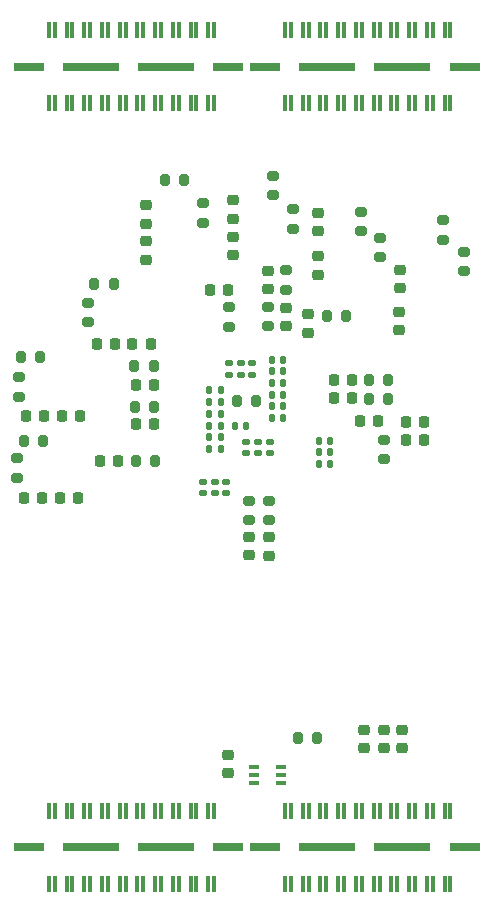
<source format=gbp>
%TF.GenerationSoftware,KiCad,Pcbnew,8.0.5*%
%TF.CreationDate,2025-04-03T13:44:51-05:00*%
%TF.ProjectId,PSEC5_Board,50534543-355f-4426-9f61-72642e6b6963,rev?*%
%TF.SameCoordinates,Original*%
%TF.FileFunction,Paste,Bot*%
%TF.FilePolarity,Positive*%
%FSLAX46Y46*%
G04 Gerber Fmt 4.6, Leading zero omitted, Abs format (unit mm)*
G04 Created by KiCad (PCBNEW 8.0.5) date 2025-04-03 13:44:51*
%MOMM*%
%LPD*%
G01*
G04 APERTURE LIST*
G04 Aperture macros list*
%AMRoundRect*
0 Rectangle with rounded corners*
0 $1 Rounding radius*
0 $2 $3 $4 $5 $6 $7 $8 $9 X,Y pos of 4 corners*
0 Add a 4 corners polygon primitive as box body*
4,1,4,$2,$3,$4,$5,$6,$7,$8,$9,$2,$3,0*
0 Add four circle primitives for the rounded corners*
1,1,$1+$1,$2,$3*
1,1,$1+$1,$4,$5*
1,1,$1+$1,$6,$7*
1,1,$1+$1,$8,$9*
0 Add four rect primitives between the rounded corners*
20,1,$1+$1,$2,$3,$4,$5,0*
20,1,$1+$1,$4,$5,$6,$7,0*
20,1,$1+$1,$6,$7,$8,$9,0*
20,1,$1+$1,$8,$9,$2,$3,0*%
G04 Aperture macros list end*
%ADD10RoundRect,0.140000X0.140000X0.170000X-0.140000X0.170000X-0.140000X-0.170000X0.140000X-0.170000X0*%
%ADD11RoundRect,0.200000X-0.275000X0.200000X-0.275000X-0.200000X0.275000X-0.200000X0.275000X0.200000X0*%
%ADD12RoundRect,0.200000X-0.200000X-0.275000X0.200000X-0.275000X0.200000X0.275000X-0.200000X0.275000X0*%
%ADD13RoundRect,0.225000X-0.225000X-0.250000X0.225000X-0.250000X0.225000X0.250000X-0.225000X0.250000X0*%
%ADD14RoundRect,0.225000X0.250000X-0.225000X0.250000X0.225000X-0.250000X0.225000X-0.250000X-0.225000X0*%
%ADD15RoundRect,0.225000X0.225000X0.250000X-0.225000X0.250000X-0.225000X-0.250000X0.225000X-0.250000X0*%
%ADD16RoundRect,0.225000X-0.250000X0.225000X-0.250000X-0.225000X0.250000X-0.225000X0.250000X0.225000X0*%
%ADD17RoundRect,0.200000X0.200000X0.275000X-0.200000X0.275000X-0.200000X-0.275000X0.200000X-0.275000X0*%
%ADD18R,0.300000X1.450000*%
%ADD19R,2.540000X0.640000*%
%ADD20R,4.700000X0.640000*%
%ADD21RoundRect,0.140000X0.170000X-0.140000X0.170000X0.140000X-0.170000X0.140000X-0.170000X-0.140000X0*%
%ADD22RoundRect,0.140000X-0.170000X0.140000X-0.170000X-0.140000X0.170000X-0.140000X0.170000X0.140000X0*%
%ADD23RoundRect,0.140000X-0.140000X-0.170000X0.140000X-0.170000X0.140000X0.170000X-0.140000X0.170000X0*%
%ADD24RoundRect,0.200000X0.275000X-0.200000X0.275000X0.200000X-0.275000X0.200000X-0.275000X-0.200000X0*%
%ADD25R,0.850001X0.399999*%
G04 APERTURE END LIST*
D10*
%TO.C,C17*%
X144375000Y-81350000D03*
X143415000Y-81350000D03*
%TD*%
D11*
%TO.C,R46*%
X148800000Y-58208188D03*
X148800000Y-59858188D03*
%TD*%
D12*
%TO.C,R13*%
X156925000Y-77100000D03*
X158575000Y-77100000D03*
%TD*%
D13*
%TO.C,C110*%
X133883189Y-72501301D03*
X135433189Y-72501301D03*
%TD*%
D14*
%TO.C,R10*%
X156549400Y-106710000D03*
X156549400Y-105160000D03*
%TD*%
D15*
%TO.C,C45*%
X135675000Y-82375000D03*
X134125000Y-82375000D03*
%TD*%
D16*
%TO.C,C83*%
X138050001Y-60733188D03*
X138050001Y-62283188D03*
%TD*%
D10*
%TO.C,C25*%
X153655000Y-80650000D03*
X152695000Y-80650000D03*
%TD*%
D17*
%TO.C,R47*%
X141300001Y-58558188D03*
X139650001Y-58558188D03*
%TD*%
D18*
%TO.C,J1*%
X163833400Y-45912139D03*
X163833400Y-52092139D03*
X163333400Y-45912139D03*
X163333400Y-52092139D03*
X162333400Y-45912139D03*
X162333400Y-52092139D03*
X161833400Y-45912139D03*
X161833400Y-52092139D03*
X160833400Y-45912139D03*
X160833400Y-52092139D03*
X160333400Y-45912139D03*
X160333400Y-52092139D03*
X159333400Y-45912139D03*
X159333400Y-52092139D03*
X158833400Y-45912139D03*
X158833400Y-52092139D03*
X157833400Y-45912139D03*
X157833400Y-52092139D03*
X157333400Y-45912139D03*
X157333400Y-52092139D03*
X156333400Y-45912139D03*
X156333400Y-52092139D03*
X155833400Y-45912139D03*
X155833400Y-52092139D03*
X154833400Y-45912139D03*
X154833400Y-52092139D03*
X154333400Y-45912139D03*
X154333400Y-52092139D03*
X153333400Y-45912139D03*
X153333400Y-52092139D03*
X152833400Y-45912139D03*
X152833400Y-52092139D03*
X151833400Y-45912139D03*
X151833400Y-52092139D03*
X151333400Y-45912139D03*
X151333400Y-52092139D03*
X150333400Y-45912139D03*
X150333400Y-52092139D03*
X149833400Y-45912139D03*
X149833400Y-52092139D03*
X143833400Y-45912139D03*
X143833400Y-52092139D03*
X143333400Y-45912139D03*
X143333400Y-52092139D03*
X142333400Y-45912139D03*
X142333400Y-52092139D03*
X141833400Y-45912139D03*
X141833400Y-52092139D03*
X140833400Y-45912139D03*
X140833400Y-52092139D03*
X140333400Y-45912139D03*
X140333400Y-52092139D03*
X139333400Y-45912139D03*
X139333400Y-52092139D03*
X138833400Y-45912139D03*
X138833400Y-52092139D03*
X137833400Y-45912139D03*
X137833400Y-52092139D03*
X137333400Y-45912139D03*
X137333400Y-52092139D03*
X136333400Y-45912139D03*
X136333400Y-52092139D03*
X135833400Y-45912139D03*
X135833400Y-52092139D03*
X134833400Y-45912139D03*
X134833400Y-52092139D03*
X134333400Y-45912139D03*
X134333400Y-52092139D03*
X133333400Y-45912139D03*
X133333400Y-52092139D03*
X132833400Y-45912139D03*
X132833400Y-52092139D03*
X131833400Y-45912139D03*
X131833400Y-52092139D03*
X131333400Y-45912139D03*
X131333400Y-52092139D03*
X130333400Y-45912139D03*
X130333400Y-52092139D03*
X129833400Y-45912139D03*
X129833400Y-52092139D03*
D19*
X165033400Y-49002139D03*
D20*
X159763400Y-49002139D03*
X153413400Y-49002139D03*
D19*
X148143400Y-49002139D03*
X145023400Y-49002139D03*
D20*
X139753400Y-49002139D03*
X133403400Y-49002139D03*
D19*
X128133400Y-49002139D03*
%TD*%
D16*
%TO.C,C79*%
X145400000Y-60308188D03*
X145400000Y-61858188D03*
%TD*%
D21*
%TO.C,C20*%
X147075000Y-75055000D03*
X147075000Y-74095000D03*
%TD*%
D15*
%TO.C,C42*%
X145025000Y-67875000D03*
X143475000Y-67875000D03*
%TD*%
D16*
%TO.C,C48*%
X148500000Y-88825000D03*
X148500000Y-90375000D03*
%TD*%
D22*
%TO.C,C11*%
X146520000Y-80745000D03*
X146520000Y-81705000D03*
%TD*%
D18*
%TO.C,J2*%
X163833400Y-111975000D03*
X163833400Y-118155000D03*
X163333400Y-111975000D03*
X163333400Y-118155000D03*
X162333400Y-111975000D03*
X162333400Y-118155000D03*
X161833400Y-111975000D03*
X161833400Y-118155000D03*
X160833400Y-111975000D03*
X160833400Y-118155000D03*
X160333400Y-111975000D03*
X160333400Y-118155000D03*
X159333400Y-111975000D03*
X159333400Y-118155000D03*
X158833400Y-111975000D03*
X158833400Y-118155000D03*
X157833400Y-111975000D03*
X157833400Y-118155000D03*
X157333400Y-111975000D03*
X157333400Y-118155000D03*
X156333400Y-111975000D03*
X156333400Y-118155000D03*
X155833400Y-111975000D03*
X155833400Y-118155000D03*
X154833400Y-111975000D03*
X154833400Y-118155000D03*
X154333400Y-111975000D03*
X154333400Y-118155000D03*
X153333400Y-111975000D03*
X153333400Y-118155000D03*
X152833400Y-111975000D03*
X152833400Y-118155000D03*
X151833400Y-111975000D03*
X151833400Y-118155000D03*
X151333400Y-111975000D03*
X151333400Y-118155000D03*
X150333400Y-111975000D03*
X150333400Y-118155000D03*
X149833400Y-111975000D03*
X149833400Y-118155000D03*
X143833400Y-111975000D03*
X143833400Y-118155000D03*
X143333400Y-111975000D03*
X143333400Y-118155000D03*
X142333400Y-111975000D03*
X142333400Y-118155000D03*
X141833400Y-111975000D03*
X141833400Y-118155000D03*
X140833400Y-111975000D03*
X140833400Y-118155000D03*
X140333400Y-111975000D03*
X140333400Y-118155000D03*
X139333400Y-111975000D03*
X139333400Y-118155000D03*
X138833400Y-111975000D03*
X138833400Y-118155000D03*
X137833400Y-111975000D03*
X137833400Y-118155000D03*
X137333400Y-111975000D03*
X137333400Y-118155000D03*
X136333400Y-111975000D03*
X136333400Y-118155000D03*
X135833400Y-111975000D03*
X135833400Y-118155000D03*
X134833400Y-111975000D03*
X134833400Y-118155000D03*
X134333400Y-111975000D03*
X134333400Y-118155000D03*
X133333400Y-111975000D03*
X133333400Y-118155000D03*
X132833400Y-111975000D03*
X132833400Y-118155000D03*
X131833400Y-111975000D03*
X131833400Y-118155000D03*
X131333400Y-111975000D03*
X131333400Y-118155000D03*
X130333400Y-111975000D03*
X130333400Y-118155000D03*
X129833400Y-111975000D03*
X129833400Y-118155000D03*
D19*
X165033400Y-115065000D03*
D20*
X159763400Y-115065000D03*
X153413400Y-115065000D03*
D19*
X148143400Y-115065000D03*
X145023400Y-115065000D03*
D20*
X139753400Y-115065000D03*
X133403400Y-115065000D03*
D19*
X128133400Y-115065000D03*
%TD*%
D14*
%TO.C,C41*%
X148350000Y-67825000D03*
X148350000Y-66275000D03*
%TD*%
D10*
%TO.C,C15*%
X144375000Y-79400000D03*
X143415000Y-79400000D03*
%TD*%
D23*
%TO.C,C8*%
X148720000Y-78725000D03*
X149680000Y-78725000D03*
%TD*%
D15*
%TO.C,C44*%
X138725000Y-79275000D03*
X137175000Y-79275000D03*
%TD*%
D24*
%TO.C,R35*%
X164950000Y-66300000D03*
X164950000Y-64650000D03*
%TD*%
D21*
%TO.C,C18*%
X146100000Y-75055000D03*
X146100000Y-74095000D03*
%TD*%
D17*
%TO.C,R19*%
X138825000Y-82375000D03*
X137175000Y-82375000D03*
%TD*%
D14*
%TO.C,C82*%
X138050001Y-65333188D03*
X138050001Y-63783188D03*
%TD*%
D13*
%TO.C,C39*%
X153950000Y-77075000D03*
X155500000Y-77075000D03*
%TD*%
D21*
%TO.C,C2*%
X144850000Y-85105000D03*
X144850000Y-84145000D03*
%TD*%
%TO.C,C3*%
X143870000Y-85110000D03*
X143870000Y-84150000D03*
%TD*%
D17*
%TO.C,R1*%
X147375000Y-77275000D03*
X145725000Y-77275000D03*
%TD*%
%TO.C,R17*%
X138725000Y-74350000D03*
X137075000Y-74350000D03*
%TD*%
D15*
%TO.C,C111*%
X132509444Y-78574999D03*
X130959444Y-78574999D03*
%TD*%
D14*
%TO.C,C69*%
X152600000Y-62885700D03*
X152600000Y-61335700D03*
%TD*%
D24*
%TO.C,R52*%
X150475000Y-62708188D03*
X150475000Y-61058188D03*
%TD*%
D16*
%TO.C,C49*%
X146800000Y-88800000D03*
X146800000Y-90350000D03*
%TD*%
D24*
%TO.C,R41*%
X157875000Y-65110700D03*
X157875000Y-63460700D03*
%TD*%
D23*
%TO.C,C9*%
X148720000Y-77750000D03*
X149680000Y-77750000D03*
%TD*%
D21*
%TO.C,C19*%
X145125000Y-75055000D03*
X145125000Y-74095000D03*
%TD*%
D12*
%TO.C,R21*%
X153350000Y-70050000D03*
X155000000Y-70050000D03*
%TD*%
D11*
%TO.C,R76*%
X127164300Y-82125000D03*
X127164300Y-83775000D03*
%TD*%
D14*
%TO.C,C47*%
X151800000Y-71500000D03*
X151800000Y-69950000D03*
%TD*%
D13*
%TO.C,C120*%
X127714300Y-85475000D03*
X129264300Y-85475000D03*
%TD*%
D15*
%TO.C,C43*%
X138725000Y-75925000D03*
X137175000Y-75925000D03*
%TD*%
D24*
%TO.C,R15*%
X148350000Y-70975000D03*
X148350000Y-69325000D03*
%TD*%
D12*
%TO.C,R72*%
X133658189Y-67376301D03*
X135308189Y-67376301D03*
%TD*%
D15*
%TO.C,C119*%
X132289300Y-85475000D03*
X130739300Y-85475000D03*
%TD*%
D11*
%TO.C,R67*%
X127309444Y-75274999D03*
X127309444Y-76924999D03*
%TD*%
D14*
%TO.C,C36*%
X158229400Y-106710000D03*
X158229400Y-105160000D03*
%TD*%
D12*
%TO.C,R79*%
X127689300Y-80650000D03*
X129339300Y-80650000D03*
%TD*%
D10*
%TO.C,C5*%
X144380000Y-76375000D03*
X143420000Y-76375000D03*
%TD*%
D23*
%TO.C,C10*%
X148720000Y-76775000D03*
X149680000Y-76775000D03*
%TD*%
D11*
%TO.C,R66*%
X133133189Y-68976301D03*
X133133189Y-70626301D03*
%TD*%
D16*
%TO.C,C29*%
X159729400Y-105150000D03*
X159729400Y-106700000D03*
%TD*%
D13*
%TO.C,C61*%
X160075000Y-80550000D03*
X161625000Y-80550000D03*
%TD*%
D14*
%TO.C,C68*%
X152625000Y-66585700D03*
X152625000Y-65035700D03*
%TD*%
D11*
%TO.C,R22*%
X148500000Y-85725000D03*
X148500000Y-87375000D03*
%TD*%
D13*
%TO.C,C57*%
X156150000Y-79000000D03*
X157700000Y-79000000D03*
%TD*%
D21*
%TO.C,C1*%
X142875000Y-85105000D03*
X142875000Y-84145000D03*
%TD*%
D16*
%TO.C,C77*%
X145400000Y-63408188D03*
X145400000Y-64958188D03*
%TD*%
%TO.C,C59*%
X159498699Y-69725000D03*
X159498699Y-71275000D03*
%TD*%
D24*
%TO.C,R34*%
X158225000Y-82225000D03*
X158225000Y-80575000D03*
%TD*%
D11*
%TO.C,R53*%
X142900001Y-60533188D03*
X142900001Y-62183188D03*
%TD*%
D23*
%TO.C,C4*%
X145595000Y-79375000D03*
X146555000Y-79375000D03*
%TD*%
D12*
%TO.C,R73*%
X127434444Y-73549999D03*
X129084444Y-73549999D03*
%TD*%
D17*
%TO.C,R18*%
X138775000Y-77775000D03*
X137125000Y-77775000D03*
%TD*%
D13*
%TO.C,C60*%
X160075000Y-79050000D03*
X161625000Y-79050000D03*
%TD*%
D25*
%TO.C,U2*%
X149450000Y-108300000D03*
X149450000Y-108950001D03*
X149450000Y-109600000D03*
X147199999Y-109600000D03*
X147199999Y-108950001D03*
X147199999Y-108300000D03*
%TD*%
D23*
%TO.C,C22*%
X148720000Y-75755000D03*
X149680000Y-75755000D03*
%TD*%
D22*
%TO.C,C13*%
X148570000Y-80745000D03*
X148570000Y-81705000D03*
%TD*%
D24*
%TO.C,R20*%
X149925000Y-67875000D03*
X149925000Y-66225000D03*
%TD*%
D12*
%TO.C,R11*%
X150929400Y-105850000D03*
X152579400Y-105850000D03*
%TD*%
D10*
%TO.C,C6*%
X144380000Y-77370000D03*
X143420000Y-77370000D03*
%TD*%
D12*
%TO.C,R14*%
X156925000Y-75550000D03*
X158575000Y-75550000D03*
%TD*%
D14*
%TO.C,C46*%
X149925000Y-70925000D03*
X149925000Y-69375000D03*
%TD*%
D24*
%TO.C,R16*%
X145050000Y-71000000D03*
X145050000Y-69350000D03*
%TD*%
D13*
%TO.C,C40*%
X153950000Y-75550000D03*
X155500000Y-75550000D03*
%TD*%
D11*
%TO.C,R38*%
X156275000Y-61260700D03*
X156275000Y-62910700D03*
%TD*%
D10*
%TO.C,C26*%
X153655000Y-82600000D03*
X152695000Y-82600000D03*
%TD*%
D14*
%TO.C,C63*%
X159548699Y-67750000D03*
X159548699Y-66200000D03*
%TD*%
D10*
%TO.C,C27*%
X153655000Y-81625000D03*
X152695000Y-81625000D03*
%TD*%
%TO.C,C7*%
X144380000Y-78350000D03*
X143420000Y-78350000D03*
%TD*%
D23*
%TO.C,C24*%
X148720000Y-73780000D03*
X149680000Y-73780000D03*
%TD*%
%TO.C,C23*%
X148720000Y-74775000D03*
X149680000Y-74775000D03*
%TD*%
D16*
%TO.C,C21*%
X145025000Y-107250000D03*
X145025000Y-108800000D03*
%TD*%
D10*
%TO.C,C16*%
X144370000Y-80375000D03*
X143410000Y-80375000D03*
%TD*%
D13*
%TO.C,C113*%
X127909444Y-78574999D03*
X129459444Y-78574999D03*
%TD*%
D22*
%TO.C,C12*%
X147525000Y-80745000D03*
X147525000Y-81705000D03*
%TD*%
D11*
%TO.C,R23*%
X146775000Y-85725000D03*
X146775000Y-87375000D03*
%TD*%
D15*
%TO.C,C107*%
X138458189Y-72501301D03*
X136908189Y-72501301D03*
%TD*%
D11*
%TO.C,R29*%
X163223699Y-61975000D03*
X163223699Y-63625000D03*
%TD*%
M02*

</source>
